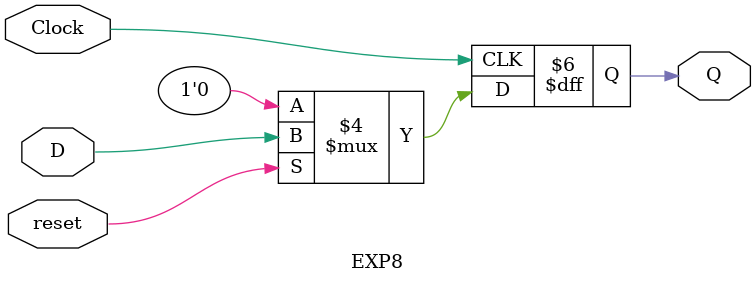
<source format=v>
module EXP8(D,Clock,reset,Q);
input D,reset,Clock;
output reg Q;
always @ (negedge Clock)
if(!reset)
Q <= 0;
else
Q <= D;
endmodule

</source>
